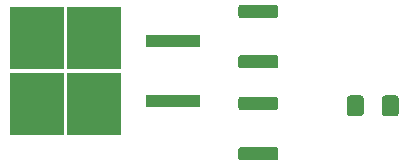
<source format=gtp>
G04 #@! TF.GenerationSoftware,KiCad,Pcbnew,5.1.5+dfsg1-2build2*
G04 #@! TF.CreationDate,2021-11-26T12:36:15+03:00*
G04 #@! TF.ProjectId,Motherboard,4d6f7468-6572-4626-9f61-72642e6b6963,rev?*
G04 #@! TF.SameCoordinates,Original*
G04 #@! TF.FileFunction,Paste,Top*
G04 #@! TF.FilePolarity,Positive*
%FSLAX46Y46*%
G04 Gerber Fmt 4.6, Leading zero omitted, Abs format (unit mm)*
G04 Created by KiCad (PCBNEW 5.1.5+dfsg1-2build2) date 2021-11-26 12:36:15*
%MOMM*%
%LPD*%
G04 APERTURE LIST*
%ADD10C,0.100000*%
%ADD11R,4.600000X1.100000*%
%ADD12R,4.550000X5.250000*%
G04 APERTURE END LIST*
D10*
G36*
X206814505Y-106373704D02*
G01*
X206838773Y-106377304D01*
X206862572Y-106383265D01*
X206885671Y-106391530D01*
X206907850Y-106402020D01*
X206928893Y-106414632D01*
X206948599Y-106429247D01*
X206966777Y-106445723D01*
X206983253Y-106463901D01*
X206997868Y-106483607D01*
X207010480Y-106504650D01*
X207020970Y-106526829D01*
X207029235Y-106549928D01*
X207035196Y-106573727D01*
X207038796Y-106597995D01*
X207040000Y-106622499D01*
X207040000Y-107247501D01*
X207038796Y-107272005D01*
X207035196Y-107296273D01*
X207029235Y-107320072D01*
X207020970Y-107343171D01*
X207010480Y-107365350D01*
X206997868Y-107386393D01*
X206983253Y-107406099D01*
X206966777Y-107424277D01*
X206948599Y-107440753D01*
X206928893Y-107455368D01*
X206907850Y-107467980D01*
X206885671Y-107478470D01*
X206862572Y-107486735D01*
X206838773Y-107492696D01*
X206814505Y-107496296D01*
X206790001Y-107497500D01*
X203889999Y-107497500D01*
X203865495Y-107496296D01*
X203841227Y-107492696D01*
X203817428Y-107486735D01*
X203794329Y-107478470D01*
X203772150Y-107467980D01*
X203751107Y-107455368D01*
X203731401Y-107440753D01*
X203713223Y-107424277D01*
X203696747Y-107406099D01*
X203682132Y-107386393D01*
X203669520Y-107365350D01*
X203659030Y-107343171D01*
X203650765Y-107320072D01*
X203644804Y-107296273D01*
X203641204Y-107272005D01*
X203640000Y-107247501D01*
X203640000Y-106622499D01*
X203641204Y-106597995D01*
X203644804Y-106573727D01*
X203650765Y-106549928D01*
X203659030Y-106526829D01*
X203669520Y-106504650D01*
X203682132Y-106483607D01*
X203696747Y-106463901D01*
X203713223Y-106445723D01*
X203731401Y-106429247D01*
X203751107Y-106414632D01*
X203772150Y-106402020D01*
X203794329Y-106391530D01*
X203817428Y-106383265D01*
X203841227Y-106377304D01*
X203865495Y-106373704D01*
X203889999Y-106372500D01*
X206790001Y-106372500D01*
X206814505Y-106373704D01*
G37*
G36*
X206814505Y-110648704D02*
G01*
X206838773Y-110652304D01*
X206862572Y-110658265D01*
X206885671Y-110666530D01*
X206907850Y-110677020D01*
X206928893Y-110689632D01*
X206948599Y-110704247D01*
X206966777Y-110720723D01*
X206983253Y-110738901D01*
X206997868Y-110758607D01*
X207010480Y-110779650D01*
X207020970Y-110801829D01*
X207029235Y-110824928D01*
X207035196Y-110848727D01*
X207038796Y-110872995D01*
X207040000Y-110897499D01*
X207040000Y-111522501D01*
X207038796Y-111547005D01*
X207035196Y-111571273D01*
X207029235Y-111595072D01*
X207020970Y-111618171D01*
X207010480Y-111640350D01*
X206997868Y-111661393D01*
X206983253Y-111681099D01*
X206966777Y-111699277D01*
X206948599Y-111715753D01*
X206928893Y-111730368D01*
X206907850Y-111742980D01*
X206885671Y-111753470D01*
X206862572Y-111761735D01*
X206838773Y-111767696D01*
X206814505Y-111771296D01*
X206790001Y-111772500D01*
X203889999Y-111772500D01*
X203865495Y-111771296D01*
X203841227Y-111767696D01*
X203817428Y-111761735D01*
X203794329Y-111753470D01*
X203772150Y-111742980D01*
X203751107Y-111730368D01*
X203731401Y-111715753D01*
X203713223Y-111699277D01*
X203696747Y-111681099D01*
X203682132Y-111661393D01*
X203669520Y-111640350D01*
X203659030Y-111618171D01*
X203650765Y-111595072D01*
X203644804Y-111571273D01*
X203641204Y-111547005D01*
X203640000Y-111522501D01*
X203640000Y-110897499D01*
X203641204Y-110872995D01*
X203644804Y-110848727D01*
X203650765Y-110824928D01*
X203659030Y-110801829D01*
X203669520Y-110779650D01*
X203682132Y-110758607D01*
X203696747Y-110738901D01*
X203713223Y-110720723D01*
X203731401Y-110704247D01*
X203751107Y-110689632D01*
X203772150Y-110677020D01*
X203794329Y-110666530D01*
X203817428Y-110658265D01*
X203841227Y-110652304D01*
X203865495Y-110648704D01*
X203889999Y-110647500D01*
X206790001Y-110647500D01*
X206814505Y-110648704D01*
G37*
G36*
X214028004Y-114062204D02*
G01*
X214052273Y-114065804D01*
X214076071Y-114071765D01*
X214099171Y-114080030D01*
X214121349Y-114090520D01*
X214142393Y-114103133D01*
X214162098Y-114117747D01*
X214180277Y-114134223D01*
X214196753Y-114152402D01*
X214211367Y-114172107D01*
X214223980Y-114193151D01*
X214234470Y-114215329D01*
X214242735Y-114238429D01*
X214248696Y-114262227D01*
X214252296Y-114286496D01*
X214253500Y-114311000D01*
X214253500Y-115561000D01*
X214252296Y-115585504D01*
X214248696Y-115609773D01*
X214242735Y-115633571D01*
X214234470Y-115656671D01*
X214223980Y-115678849D01*
X214211367Y-115699893D01*
X214196753Y-115719598D01*
X214180277Y-115737777D01*
X214162098Y-115754253D01*
X214142393Y-115768867D01*
X214121349Y-115781480D01*
X214099171Y-115791970D01*
X214076071Y-115800235D01*
X214052273Y-115806196D01*
X214028004Y-115809796D01*
X214003500Y-115811000D01*
X213078500Y-115811000D01*
X213053996Y-115809796D01*
X213029727Y-115806196D01*
X213005929Y-115800235D01*
X212982829Y-115791970D01*
X212960651Y-115781480D01*
X212939607Y-115768867D01*
X212919902Y-115754253D01*
X212901723Y-115737777D01*
X212885247Y-115719598D01*
X212870633Y-115699893D01*
X212858020Y-115678849D01*
X212847530Y-115656671D01*
X212839265Y-115633571D01*
X212833304Y-115609773D01*
X212829704Y-115585504D01*
X212828500Y-115561000D01*
X212828500Y-114311000D01*
X212829704Y-114286496D01*
X212833304Y-114262227D01*
X212839265Y-114238429D01*
X212847530Y-114215329D01*
X212858020Y-114193151D01*
X212870633Y-114172107D01*
X212885247Y-114152402D01*
X212901723Y-114134223D01*
X212919902Y-114117747D01*
X212939607Y-114103133D01*
X212960651Y-114090520D01*
X212982829Y-114080030D01*
X213005929Y-114071765D01*
X213029727Y-114065804D01*
X213053996Y-114062204D01*
X213078500Y-114061000D01*
X214003500Y-114061000D01*
X214028004Y-114062204D01*
G37*
G36*
X217003004Y-114062204D02*
G01*
X217027273Y-114065804D01*
X217051071Y-114071765D01*
X217074171Y-114080030D01*
X217096349Y-114090520D01*
X217117393Y-114103133D01*
X217137098Y-114117747D01*
X217155277Y-114134223D01*
X217171753Y-114152402D01*
X217186367Y-114172107D01*
X217198980Y-114193151D01*
X217209470Y-114215329D01*
X217217735Y-114238429D01*
X217223696Y-114262227D01*
X217227296Y-114286496D01*
X217228500Y-114311000D01*
X217228500Y-115561000D01*
X217227296Y-115585504D01*
X217223696Y-115609773D01*
X217217735Y-115633571D01*
X217209470Y-115656671D01*
X217198980Y-115678849D01*
X217186367Y-115699893D01*
X217171753Y-115719598D01*
X217155277Y-115737777D01*
X217137098Y-115754253D01*
X217117393Y-115768867D01*
X217096349Y-115781480D01*
X217074171Y-115791970D01*
X217051071Y-115800235D01*
X217027273Y-115806196D01*
X217003004Y-115809796D01*
X216978500Y-115811000D01*
X216053500Y-115811000D01*
X216028996Y-115809796D01*
X216004727Y-115806196D01*
X215980929Y-115800235D01*
X215957829Y-115791970D01*
X215935651Y-115781480D01*
X215914607Y-115768867D01*
X215894902Y-115754253D01*
X215876723Y-115737777D01*
X215860247Y-115719598D01*
X215845633Y-115699893D01*
X215833020Y-115678849D01*
X215822530Y-115656671D01*
X215814265Y-115633571D01*
X215808304Y-115609773D01*
X215804704Y-115585504D01*
X215803500Y-115561000D01*
X215803500Y-114311000D01*
X215804704Y-114286496D01*
X215808304Y-114262227D01*
X215814265Y-114238429D01*
X215822530Y-114215329D01*
X215833020Y-114193151D01*
X215845633Y-114172107D01*
X215860247Y-114152402D01*
X215876723Y-114134223D01*
X215894902Y-114117747D01*
X215914607Y-114103133D01*
X215935651Y-114090520D01*
X215957829Y-114080030D01*
X215980929Y-114071765D01*
X216004727Y-114065804D01*
X216028996Y-114062204D01*
X216053500Y-114061000D01*
X216978500Y-114061000D01*
X217003004Y-114062204D01*
G37*
G36*
X206814505Y-114163704D02*
G01*
X206838773Y-114167304D01*
X206862572Y-114173265D01*
X206885671Y-114181530D01*
X206907850Y-114192020D01*
X206928893Y-114204632D01*
X206948599Y-114219247D01*
X206966777Y-114235723D01*
X206983253Y-114253901D01*
X206997868Y-114273607D01*
X207010480Y-114294650D01*
X207020970Y-114316829D01*
X207029235Y-114339928D01*
X207035196Y-114363727D01*
X207038796Y-114387995D01*
X207040000Y-114412499D01*
X207040000Y-115037501D01*
X207038796Y-115062005D01*
X207035196Y-115086273D01*
X207029235Y-115110072D01*
X207020970Y-115133171D01*
X207010480Y-115155350D01*
X206997868Y-115176393D01*
X206983253Y-115196099D01*
X206966777Y-115214277D01*
X206948599Y-115230753D01*
X206928893Y-115245368D01*
X206907850Y-115257980D01*
X206885671Y-115268470D01*
X206862572Y-115276735D01*
X206838773Y-115282696D01*
X206814505Y-115286296D01*
X206790001Y-115287500D01*
X203889999Y-115287500D01*
X203865495Y-115286296D01*
X203841227Y-115282696D01*
X203817428Y-115276735D01*
X203794329Y-115268470D01*
X203772150Y-115257980D01*
X203751107Y-115245368D01*
X203731401Y-115230753D01*
X203713223Y-115214277D01*
X203696747Y-115196099D01*
X203682132Y-115176393D01*
X203669520Y-115155350D01*
X203659030Y-115133171D01*
X203650765Y-115110072D01*
X203644804Y-115086273D01*
X203641204Y-115062005D01*
X203640000Y-115037501D01*
X203640000Y-114412499D01*
X203641204Y-114387995D01*
X203644804Y-114363727D01*
X203650765Y-114339928D01*
X203659030Y-114316829D01*
X203669520Y-114294650D01*
X203682132Y-114273607D01*
X203696747Y-114253901D01*
X203713223Y-114235723D01*
X203731401Y-114219247D01*
X203751107Y-114204632D01*
X203772150Y-114192020D01*
X203794329Y-114181530D01*
X203817428Y-114173265D01*
X203841227Y-114167304D01*
X203865495Y-114163704D01*
X203889999Y-114162500D01*
X206790001Y-114162500D01*
X206814505Y-114163704D01*
G37*
G36*
X206814505Y-118438704D02*
G01*
X206838773Y-118442304D01*
X206862572Y-118448265D01*
X206885671Y-118456530D01*
X206907850Y-118467020D01*
X206928893Y-118479632D01*
X206948599Y-118494247D01*
X206966777Y-118510723D01*
X206983253Y-118528901D01*
X206997868Y-118548607D01*
X207010480Y-118569650D01*
X207020970Y-118591829D01*
X207029235Y-118614928D01*
X207035196Y-118638727D01*
X207038796Y-118662995D01*
X207040000Y-118687499D01*
X207040000Y-119312501D01*
X207038796Y-119337005D01*
X207035196Y-119361273D01*
X207029235Y-119385072D01*
X207020970Y-119408171D01*
X207010480Y-119430350D01*
X206997868Y-119451393D01*
X206983253Y-119471099D01*
X206966777Y-119489277D01*
X206948599Y-119505753D01*
X206928893Y-119520368D01*
X206907850Y-119532980D01*
X206885671Y-119543470D01*
X206862572Y-119551735D01*
X206838773Y-119557696D01*
X206814505Y-119561296D01*
X206790001Y-119562500D01*
X203889999Y-119562500D01*
X203865495Y-119561296D01*
X203841227Y-119557696D01*
X203817428Y-119551735D01*
X203794329Y-119543470D01*
X203772150Y-119532980D01*
X203751107Y-119520368D01*
X203731401Y-119505753D01*
X203713223Y-119489277D01*
X203696747Y-119471099D01*
X203682132Y-119451393D01*
X203669520Y-119430350D01*
X203659030Y-119408171D01*
X203650765Y-119385072D01*
X203644804Y-119361273D01*
X203641204Y-119337005D01*
X203640000Y-119312501D01*
X203640000Y-118687499D01*
X203641204Y-118662995D01*
X203644804Y-118638727D01*
X203650765Y-118614928D01*
X203659030Y-118591829D01*
X203669520Y-118569650D01*
X203682132Y-118548607D01*
X203696747Y-118528901D01*
X203713223Y-118510723D01*
X203731401Y-118494247D01*
X203751107Y-118479632D01*
X203772150Y-118467020D01*
X203794329Y-118456530D01*
X203817428Y-118448265D01*
X203841227Y-118442304D01*
X203865495Y-118438704D01*
X203889999Y-118437500D01*
X206790001Y-118437500D01*
X206814505Y-118438704D01*
G37*
D11*
X198150000Y-114540000D03*
X198150000Y-109460000D03*
D12*
X186575000Y-109225000D03*
X191425000Y-114775000D03*
X186575000Y-114775000D03*
X191425000Y-109225000D03*
M02*

</source>
